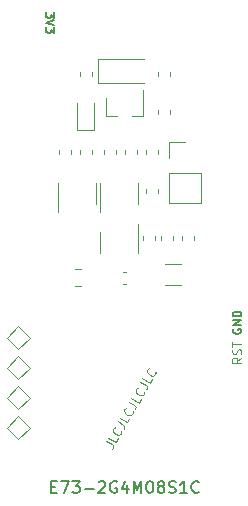
<source format=gbr>
G04 #@! TF.GenerationSoftware,KiCad,Pcbnew,(5.1.8)-1*
G04 #@! TF.CreationDate,2021-04-26T09:33:21+02:00*
G04 #@! TF.ProjectId,BlueMacro,426c7565-4d61-4637-926f-2e6b69636164,rev?*
G04 #@! TF.SameCoordinates,Original*
G04 #@! TF.FileFunction,Legend,Top*
G04 #@! TF.FilePolarity,Positive*
%FSLAX46Y46*%
G04 Gerber Fmt 4.6, Leading zero omitted, Abs format (unit mm)*
G04 Created by KiCad (PCBNEW (5.1.8)-1) date 2021-04-26 09:33:21*
%MOMM*%
%LPD*%
G01*
G04 APERTURE LIST*
%ADD10C,0.100000*%
%ADD11C,0.120000*%
%ADD12C,0.150000*%
G04 APERTURE END LIST*
D10*
X46680168Y-68453802D02*
X47144110Y-68721659D01*
X47219041Y-68806160D01*
X47245186Y-68903733D01*
X47222544Y-69014379D01*
X47186830Y-69076238D01*
X47686830Y-68210212D02*
X47508258Y-68519507D01*
X46858739Y-68144507D01*
X47964256Y-67586838D02*
X47977329Y-67635624D01*
X47954687Y-67746270D01*
X47918972Y-67808129D01*
X47834471Y-67883060D01*
X47736898Y-67909205D01*
X47657182Y-67904420D01*
X47515607Y-67863921D01*
X47422819Y-67810350D01*
X47316958Y-67707992D01*
X47272956Y-67641348D01*
X47246811Y-67543775D01*
X47269453Y-67433129D01*
X47305168Y-67371270D01*
X47389669Y-67296339D01*
X47438455Y-67283266D01*
X47644453Y-66783610D02*
X48108396Y-67051467D01*
X48183327Y-67135968D01*
X48209471Y-67233541D01*
X48186830Y-67344187D01*
X48151115Y-67406046D01*
X48651115Y-66540020D02*
X48472544Y-66849315D01*
X47823025Y-66474315D01*
X48928542Y-65916646D02*
X48941614Y-65965433D01*
X48918972Y-66076078D01*
X48883258Y-66137937D01*
X48798757Y-66212868D01*
X48701184Y-66239013D01*
X48621468Y-66234228D01*
X48479893Y-66193729D01*
X48387104Y-66140158D01*
X48281244Y-66037800D01*
X48237242Y-65971156D01*
X48211097Y-65873583D01*
X48233739Y-65762937D01*
X48269453Y-65701078D01*
X48353954Y-65626147D01*
X48402741Y-65613075D01*
X48608739Y-65113418D02*
X49072681Y-65381275D01*
X49147613Y-65465776D01*
X49173757Y-65563349D01*
X49151115Y-65673995D01*
X49115401Y-65735854D01*
X49615401Y-64869829D02*
X49436830Y-65179123D01*
X48787310Y-64804123D01*
X49892828Y-64246454D02*
X49905900Y-64295241D01*
X49883258Y-64405886D01*
X49847544Y-64467745D01*
X49763043Y-64542677D01*
X49665470Y-64568821D01*
X49585754Y-64564036D01*
X49444179Y-64523537D01*
X49351390Y-64469966D01*
X49245529Y-64367608D01*
X49201528Y-64300964D01*
X49175383Y-64203391D01*
X49198025Y-64092745D01*
X49233739Y-64030886D01*
X49318240Y-63955955D01*
X49367027Y-63942883D01*
X49573025Y-63443226D02*
X50036967Y-63711083D01*
X50111898Y-63795584D01*
X50138043Y-63893158D01*
X50115401Y-64003803D01*
X50079687Y-64065662D01*
X50579687Y-63199637D02*
X50401115Y-63508931D01*
X49751596Y-63133931D01*
X50857113Y-62576262D02*
X50870186Y-62625049D01*
X50847544Y-62735694D01*
X50811830Y-62797553D01*
X50727329Y-62872485D01*
X50629755Y-62898629D01*
X50550039Y-62893845D01*
X50408464Y-62853346D01*
X50315676Y-62799774D01*
X50209815Y-62697416D01*
X50165813Y-62630772D01*
X50139669Y-62533199D01*
X50162310Y-62422553D01*
X50198025Y-62360694D01*
X50282526Y-62285763D01*
X50331312Y-62272691D01*
X58124285Y-61370714D02*
X57767142Y-61620714D01*
X58124285Y-61799285D02*
X57374285Y-61799285D01*
X57374285Y-61513571D01*
X57410000Y-61442142D01*
X57445714Y-61406428D01*
X57517142Y-61370714D01*
X57624285Y-61370714D01*
X57695714Y-61406428D01*
X57731428Y-61442142D01*
X57767142Y-61513571D01*
X57767142Y-61799285D01*
X58088571Y-61085000D02*
X58124285Y-60977857D01*
X58124285Y-60799285D01*
X58088571Y-60727857D01*
X58052857Y-60692142D01*
X57981428Y-60656428D01*
X57910000Y-60656428D01*
X57838571Y-60692142D01*
X57802857Y-60727857D01*
X57767142Y-60799285D01*
X57731428Y-60942142D01*
X57695714Y-61013571D01*
X57660000Y-61049285D01*
X57588571Y-61085000D01*
X57517142Y-61085000D01*
X57445714Y-61049285D01*
X57410000Y-61013571D01*
X57374285Y-60942142D01*
X57374285Y-60763571D01*
X57410000Y-60656428D01*
X57374285Y-60442142D02*
X57374285Y-60013571D01*
X58124285Y-60227857D02*
X57374285Y-60227857D01*
D11*
X46010000Y-36084000D02*
X49910000Y-36084000D01*
X46010000Y-38084000D02*
X49910000Y-38084000D01*
X46010000Y-36084000D02*
X46010000Y-38084000D01*
X52010000Y-43120000D02*
X53340000Y-43120000D01*
X52010000Y-44450000D02*
X52010000Y-43120000D01*
X52010000Y-45720000D02*
X54670000Y-45720000D01*
X54670000Y-45720000D02*
X54670000Y-48320000D01*
X52010000Y-45720000D02*
X52010000Y-48320000D01*
X52010000Y-48320000D02*
X54670000Y-48320000D01*
X44015922Y-55320000D02*
X44533078Y-55320000D01*
X44015922Y-53900000D02*
X44533078Y-53900000D01*
X46680000Y-40892000D02*
X46680000Y-39432000D01*
X49840000Y-40892000D02*
X49840000Y-38732000D01*
X49840000Y-40892000D02*
X48910000Y-40892000D01*
X46680000Y-40892000D02*
X47610000Y-40892000D01*
X49362000Y-48398000D02*
X49362000Y-46598000D01*
X46142000Y-46598000D02*
X46142000Y-49048000D01*
X49362000Y-52505000D02*
X49362000Y-50055000D01*
X46142000Y-50705000D02*
X46142000Y-52505000D01*
X51669000Y-53481000D02*
X53019000Y-53481000D01*
X51669000Y-55231000D02*
X53019000Y-55231000D01*
X39243000Y-60679949D02*
X38253051Y-59690000D01*
X40232949Y-59690000D02*
X39243000Y-60679949D01*
X39243000Y-58700051D02*
X40232949Y-59690000D01*
X38253051Y-59690000D02*
X39243000Y-58700051D01*
X38253051Y-62230000D02*
X39243000Y-61240051D01*
X39243000Y-61240051D02*
X40232949Y-62230000D01*
X40232949Y-62230000D02*
X39243000Y-63219949D01*
X39243000Y-63219949D02*
X38253051Y-62230000D01*
X39243000Y-65759949D02*
X38253051Y-64770000D01*
X40232949Y-64770000D02*
X39243000Y-65759949D01*
X39243000Y-63780051D02*
X40232949Y-64770000D01*
X38253051Y-64770000D02*
X39243000Y-63780051D01*
X38253051Y-67310000D02*
X39243000Y-66320051D01*
X39243000Y-66320051D02*
X40232949Y-67310000D01*
X40232949Y-67310000D02*
X39243000Y-68299949D01*
X39243000Y-68299949D02*
X38253051Y-67310000D01*
X42586000Y-46598000D02*
X42586000Y-49048000D01*
X45806000Y-48398000D02*
X45806000Y-46598000D01*
X53084000Y-51445279D02*
X53084000Y-51119721D01*
X54104000Y-51445279D02*
X54104000Y-51119721D01*
X52326000Y-51445279D02*
X52326000Y-51119721D01*
X51306000Y-51445279D02*
X51306000Y-51119721D01*
X49782000Y-51119721D02*
X49782000Y-51445279D01*
X50802000Y-51119721D02*
X50802000Y-51445279D01*
X51056000Y-44104779D02*
X51056000Y-43779221D01*
X50036000Y-44104779D02*
X50036000Y-43779221D01*
X48397279Y-55120000D02*
X48071721Y-55120000D01*
X48397279Y-54100000D02*
X48071721Y-54100000D01*
X46480000Y-44104779D02*
X46480000Y-43779221D01*
X47500000Y-44104779D02*
X47500000Y-43779221D01*
X45693000Y-42125000D02*
X45693000Y-39840000D01*
X44223000Y-42125000D02*
X45693000Y-42125000D01*
X44223000Y-39840000D02*
X44223000Y-42125000D01*
X51052000Y-40451721D02*
X51052000Y-40777279D01*
X52072000Y-40451721D02*
X52072000Y-40777279D01*
X42670000Y-43779221D02*
X42670000Y-44104779D01*
X43690000Y-43779221D02*
X43690000Y-44104779D01*
X44448000Y-44104779D02*
X44448000Y-43779221D01*
X45468000Y-44104779D02*
X45468000Y-43779221D01*
X48258000Y-43779221D02*
X48258000Y-44104779D01*
X49278000Y-43779221D02*
X49278000Y-44104779D01*
X51056000Y-47081221D02*
X51056000Y-47406779D01*
X50036000Y-47081221D02*
X50036000Y-47406779D01*
X44448000Y-37175221D02*
X44448000Y-37500779D01*
X45468000Y-37175221D02*
X45468000Y-37500779D01*
X52072000Y-37175221D02*
X52072000Y-37500779D01*
X51052000Y-37175221D02*
X51052000Y-37500779D01*
D12*
X57435000Y-58953333D02*
X57401666Y-59020000D01*
X57401666Y-59120000D01*
X57435000Y-59220000D01*
X57501666Y-59286666D01*
X57568333Y-59320000D01*
X57701666Y-59353333D01*
X57801666Y-59353333D01*
X57935000Y-59320000D01*
X58001666Y-59286666D01*
X58068333Y-59220000D01*
X58101666Y-59120000D01*
X58101666Y-59053333D01*
X58068333Y-58953333D01*
X58035000Y-58920000D01*
X57801666Y-58920000D01*
X57801666Y-59053333D01*
X58101666Y-58620000D02*
X57401666Y-58620000D01*
X58101666Y-58220000D01*
X57401666Y-58220000D01*
X58101666Y-57886666D02*
X57401666Y-57886666D01*
X57401666Y-57720000D01*
X57435000Y-57620000D01*
X57501666Y-57553333D01*
X57568333Y-57520000D01*
X57701666Y-57486666D01*
X57801666Y-57486666D01*
X57935000Y-57520000D01*
X58001666Y-57553333D01*
X58068333Y-57620000D01*
X58101666Y-57720000D01*
X58101666Y-57886666D01*
X42293333Y-32153333D02*
X42293333Y-32586666D01*
X42026666Y-32353333D01*
X42026666Y-32453333D01*
X41993333Y-32520000D01*
X41960000Y-32553333D01*
X41893333Y-32586666D01*
X41726666Y-32586666D01*
X41660000Y-32553333D01*
X41626666Y-32520000D01*
X41593333Y-32453333D01*
X41593333Y-32253333D01*
X41626666Y-32186666D01*
X41660000Y-32153333D01*
X42293333Y-32786666D02*
X41593333Y-33020000D01*
X42293333Y-33253333D01*
X42293333Y-33420000D02*
X42293333Y-33853333D01*
X42026666Y-33620000D01*
X42026666Y-33720000D01*
X41993333Y-33786666D01*
X41960000Y-33820000D01*
X41893333Y-33853333D01*
X41726666Y-33853333D01*
X41660000Y-33820000D01*
X41626666Y-33786666D01*
X41593333Y-33720000D01*
X41593333Y-33520000D01*
X41626666Y-33453333D01*
X41660000Y-33420000D01*
X42045714Y-72318571D02*
X42379047Y-72318571D01*
X42521904Y-72842380D02*
X42045714Y-72842380D01*
X42045714Y-71842380D01*
X42521904Y-71842380D01*
X42855238Y-71842380D02*
X43521904Y-71842380D01*
X43093333Y-72842380D01*
X43807619Y-71842380D02*
X44426666Y-71842380D01*
X44093333Y-72223333D01*
X44236190Y-72223333D01*
X44331428Y-72270952D01*
X44379047Y-72318571D01*
X44426666Y-72413809D01*
X44426666Y-72651904D01*
X44379047Y-72747142D01*
X44331428Y-72794761D01*
X44236190Y-72842380D01*
X43950476Y-72842380D01*
X43855238Y-72794761D01*
X43807619Y-72747142D01*
X44855238Y-72461428D02*
X45617142Y-72461428D01*
X46045714Y-71937619D02*
X46093333Y-71890000D01*
X46188571Y-71842380D01*
X46426666Y-71842380D01*
X46521904Y-71890000D01*
X46569523Y-71937619D01*
X46617142Y-72032857D01*
X46617142Y-72128095D01*
X46569523Y-72270952D01*
X45998095Y-72842380D01*
X46617142Y-72842380D01*
X47569523Y-71890000D02*
X47474285Y-71842380D01*
X47331428Y-71842380D01*
X47188571Y-71890000D01*
X47093333Y-71985238D01*
X47045714Y-72080476D01*
X46998095Y-72270952D01*
X46998095Y-72413809D01*
X47045714Y-72604285D01*
X47093333Y-72699523D01*
X47188571Y-72794761D01*
X47331428Y-72842380D01*
X47426666Y-72842380D01*
X47569523Y-72794761D01*
X47617142Y-72747142D01*
X47617142Y-72413809D01*
X47426666Y-72413809D01*
X48474285Y-72175714D02*
X48474285Y-72842380D01*
X48236190Y-71794761D02*
X47998095Y-72509047D01*
X48617142Y-72509047D01*
X48998095Y-72842380D02*
X48998095Y-71842380D01*
X49331428Y-72556666D01*
X49664761Y-71842380D01*
X49664761Y-72842380D01*
X50331428Y-71842380D02*
X50426666Y-71842380D01*
X50521904Y-71890000D01*
X50569523Y-71937619D01*
X50617142Y-72032857D01*
X50664761Y-72223333D01*
X50664761Y-72461428D01*
X50617142Y-72651904D01*
X50569523Y-72747142D01*
X50521904Y-72794761D01*
X50426666Y-72842380D01*
X50331428Y-72842380D01*
X50236190Y-72794761D01*
X50188571Y-72747142D01*
X50140952Y-72651904D01*
X50093333Y-72461428D01*
X50093333Y-72223333D01*
X50140952Y-72032857D01*
X50188571Y-71937619D01*
X50236190Y-71890000D01*
X50331428Y-71842380D01*
X51236190Y-72270952D02*
X51140952Y-72223333D01*
X51093333Y-72175714D01*
X51045714Y-72080476D01*
X51045714Y-72032857D01*
X51093333Y-71937619D01*
X51140952Y-71890000D01*
X51236190Y-71842380D01*
X51426666Y-71842380D01*
X51521904Y-71890000D01*
X51569523Y-71937619D01*
X51617142Y-72032857D01*
X51617142Y-72080476D01*
X51569523Y-72175714D01*
X51521904Y-72223333D01*
X51426666Y-72270952D01*
X51236190Y-72270952D01*
X51140952Y-72318571D01*
X51093333Y-72366190D01*
X51045714Y-72461428D01*
X51045714Y-72651904D01*
X51093333Y-72747142D01*
X51140952Y-72794761D01*
X51236190Y-72842380D01*
X51426666Y-72842380D01*
X51521904Y-72794761D01*
X51569523Y-72747142D01*
X51617142Y-72651904D01*
X51617142Y-72461428D01*
X51569523Y-72366190D01*
X51521904Y-72318571D01*
X51426666Y-72270952D01*
X51998095Y-72794761D02*
X52140952Y-72842380D01*
X52379047Y-72842380D01*
X52474285Y-72794761D01*
X52521904Y-72747142D01*
X52569523Y-72651904D01*
X52569523Y-72556666D01*
X52521904Y-72461428D01*
X52474285Y-72413809D01*
X52379047Y-72366190D01*
X52188571Y-72318571D01*
X52093333Y-72270952D01*
X52045714Y-72223333D01*
X51998095Y-72128095D01*
X51998095Y-72032857D01*
X52045714Y-71937619D01*
X52093333Y-71890000D01*
X52188571Y-71842380D01*
X52426666Y-71842380D01*
X52569523Y-71890000D01*
X53521904Y-72842380D02*
X52950476Y-72842380D01*
X53236190Y-72842380D02*
X53236190Y-71842380D01*
X53140952Y-71985238D01*
X53045714Y-72080476D01*
X52950476Y-72128095D01*
X54521904Y-72747142D02*
X54474285Y-72794761D01*
X54331428Y-72842380D01*
X54236190Y-72842380D01*
X54093333Y-72794761D01*
X53998095Y-72699523D01*
X53950476Y-72604285D01*
X53902857Y-72413809D01*
X53902857Y-72270952D01*
X53950476Y-72080476D01*
X53998095Y-71985238D01*
X54093333Y-71890000D01*
X54236190Y-71842380D01*
X54331428Y-71842380D01*
X54474285Y-71890000D01*
X54521904Y-71937619D01*
M02*

</source>
